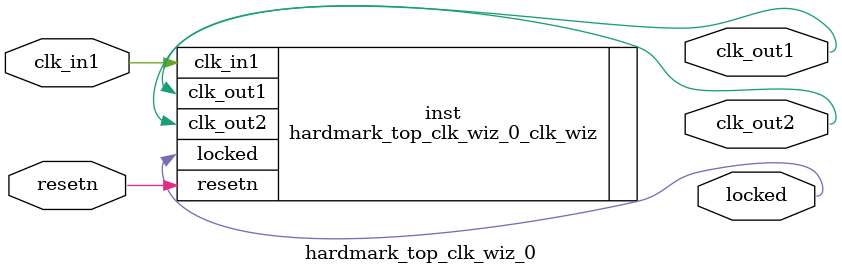
<source format=v>


`timescale 1ps/1ps

(* CORE_GENERATION_INFO = "hardmark_top_clk_wiz_0,clk_wiz_v6_0_1_0_0,{component_name=hardmark_top_clk_wiz_0,use_phase_alignment=true,use_min_o_jitter=false,use_max_i_jitter=false,use_dyn_phase_shift=false,use_inclk_switchover=false,use_dyn_reconfig=false,enable_axi=0,feedback_source=FDBK_AUTO,PRIMITIVE=MMCM,num_out_clk=2,clkin1_period=8.000,clkin2_period=10.000,use_power_down=false,use_reset=true,use_locked=true,use_inclk_stopped=false,feedback_type=SINGLE,CLOCK_MGR_TYPE=NA,manual_override=false}" *)

module hardmark_top_clk_wiz_0 
 (
  // Clock out ports
  output        clk_out1,
  output        clk_out2,
  // Status and control signals
  input         resetn,
  output        locked,
 // Clock in ports
  input         clk_in1
 );

  hardmark_top_clk_wiz_0_clk_wiz inst
  (
  // Clock out ports  
  .clk_out1(clk_out1),
  .clk_out2(clk_out2),
  // Status and control signals               
  .resetn(resetn), 
  .locked(locked),
 // Clock in ports
  .clk_in1(clk_in1)
  );

endmodule

</source>
